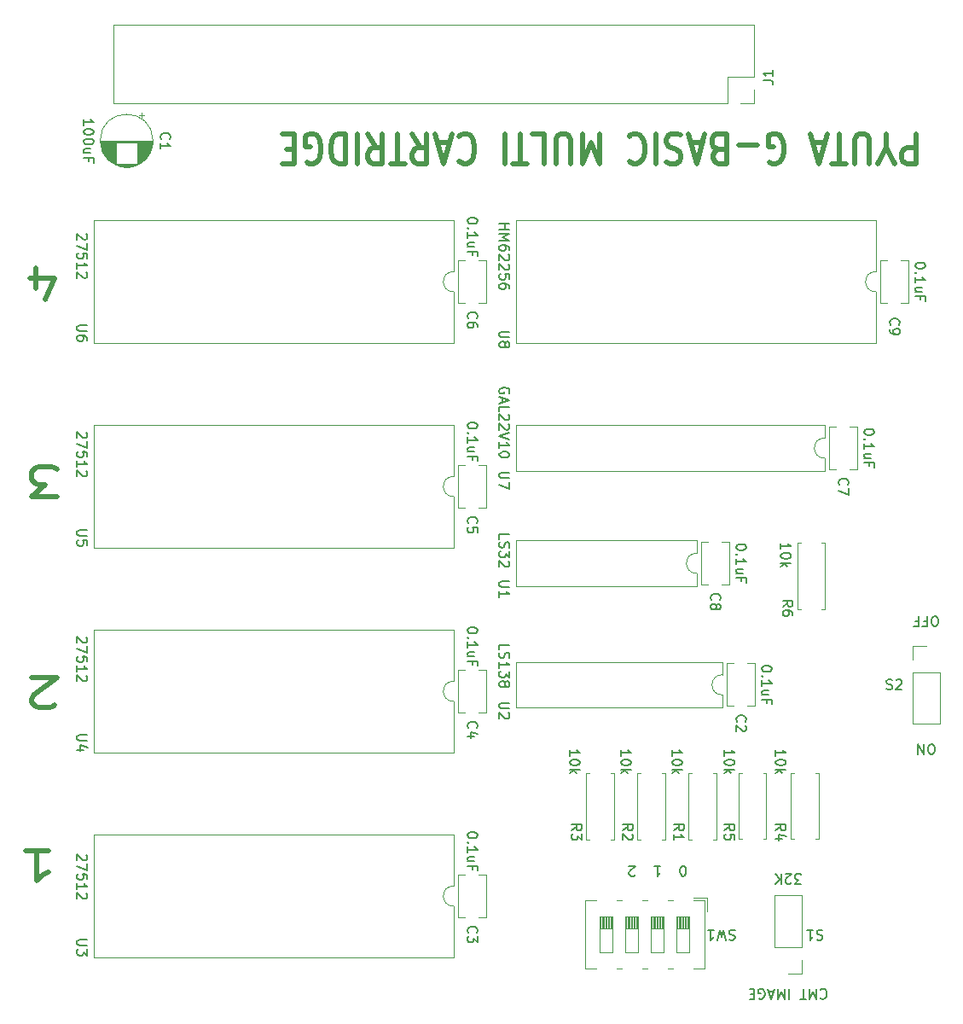
<source format=gto>
G04 #@! TF.GenerationSoftware,KiCad,Pcbnew,(5.1.9)-1*
G04 #@! TF.CreationDate,2025-04-27T21:04:39+09:00*
G04 #@! TF.ProjectId,PYUTA_GBASIC,50595554-415f-4474-9241-5349432e6b69,rev?*
G04 #@! TF.SameCoordinates,PX53920b0PY93c3260*
G04 #@! TF.FileFunction,Legend,Top*
G04 #@! TF.FilePolarity,Positive*
%FSLAX46Y46*%
G04 Gerber Fmt 4.6, Leading zero omitted, Abs format (unit mm)*
G04 Created by KiCad (PCBNEW (5.1.9)-1) date 2025-04-27 21:04:39*
%MOMM*%
%LPD*%
G01*
G04 APERTURE LIST*
%ADD10C,0.150000*%
%ADD11C,0.500000*%
%ADD12C,0.120000*%
G04 APERTURE END LIST*
D10*
X83359619Y45860239D02*
X83359619Y46431667D01*
X83359619Y46145953D02*
X84359619Y46145953D01*
X84216761Y46241191D01*
X84121523Y46336429D01*
X84073904Y46431667D01*
X84359619Y45241191D02*
X84359619Y45145953D01*
X84312000Y45050715D01*
X84264380Y45003096D01*
X84169142Y44955477D01*
X83978666Y44907858D01*
X83740571Y44907858D01*
X83550095Y44955477D01*
X83454857Y45003096D01*
X83407238Y45050715D01*
X83359619Y45145953D01*
X83359619Y45241191D01*
X83407238Y45336429D01*
X83454857Y45384048D01*
X83550095Y45431667D01*
X83740571Y45479286D01*
X83978666Y45479286D01*
X84169142Y45431667D01*
X84264380Y45384048D01*
X84312000Y45336429D01*
X84359619Y45241191D01*
X83359619Y44479286D02*
X84359619Y44479286D01*
X83740571Y44384048D02*
X83359619Y44098334D01*
X84026285Y44098334D02*
X83645333Y44479286D01*
X98409047Y25487381D02*
X98218571Y25487381D01*
X98123333Y25535000D01*
X98028095Y25630239D01*
X97980476Y25820715D01*
X97980476Y26154048D01*
X98028095Y26344524D01*
X98123333Y26439762D01*
X98218571Y26487381D01*
X98409047Y26487381D01*
X98504285Y26439762D01*
X98599523Y26344524D01*
X98647142Y26154048D01*
X98647142Y25820715D01*
X98599523Y25630239D01*
X98504285Y25535000D01*
X98409047Y25487381D01*
X97551904Y26487381D02*
X97551904Y25487381D01*
X96980476Y26487381D01*
X96980476Y25487381D01*
X98742380Y38187381D02*
X98551904Y38187381D01*
X98456666Y38235000D01*
X98361428Y38330239D01*
X98313809Y38520715D01*
X98313809Y38854048D01*
X98361428Y39044524D01*
X98456666Y39139762D01*
X98551904Y39187381D01*
X98742380Y39187381D01*
X98837619Y39139762D01*
X98932857Y39044524D01*
X98980476Y38854048D01*
X98980476Y38520715D01*
X98932857Y38330239D01*
X98837619Y38235000D01*
X98742380Y38187381D01*
X97551904Y38663572D02*
X97885238Y38663572D01*
X97885238Y39187381D02*
X97885238Y38187381D01*
X97409047Y38187381D01*
X96694761Y38663572D02*
X97028095Y38663572D01*
X97028095Y39187381D02*
X97028095Y38187381D01*
X96551904Y38187381D01*
X82859619Y25360239D02*
X82859619Y25931667D01*
X82859619Y25645953D02*
X83859619Y25645953D01*
X83716761Y25741191D01*
X83621523Y25836429D01*
X83573904Y25931667D01*
X83859619Y24741191D02*
X83859619Y24645953D01*
X83812000Y24550715D01*
X83764380Y24503096D01*
X83669142Y24455477D01*
X83478666Y24407858D01*
X83240571Y24407858D01*
X83050095Y24455477D01*
X82954857Y24503096D01*
X82907238Y24550715D01*
X82859619Y24645953D01*
X82859619Y24741191D01*
X82907238Y24836429D01*
X82954857Y24884048D01*
X83050095Y24931667D01*
X83240571Y24979286D01*
X83478666Y24979286D01*
X83669142Y24931667D01*
X83764380Y24884048D01*
X83812000Y24836429D01*
X83859619Y24741191D01*
X82859619Y23979286D02*
X83859619Y23979286D01*
X83240571Y23884048D02*
X82859619Y23598334D01*
X83526285Y23598334D02*
X83145333Y23979286D01*
X77779619Y25360239D02*
X77779619Y25931667D01*
X77779619Y25645953D02*
X78779619Y25645953D01*
X78636761Y25741191D01*
X78541523Y25836429D01*
X78493904Y25931667D01*
X78779619Y24741191D02*
X78779619Y24645953D01*
X78732000Y24550715D01*
X78684380Y24503096D01*
X78589142Y24455477D01*
X78398666Y24407858D01*
X78160571Y24407858D01*
X77970095Y24455477D01*
X77874857Y24503096D01*
X77827238Y24550715D01*
X77779619Y24645953D01*
X77779619Y24741191D01*
X77827238Y24836429D01*
X77874857Y24884048D01*
X77970095Y24931667D01*
X78160571Y24979286D01*
X78398666Y24979286D01*
X78589142Y24931667D01*
X78684380Y24884048D01*
X78732000Y24836429D01*
X78779619Y24741191D01*
X77779619Y23979286D02*
X78779619Y23979286D01*
X78160571Y23884048D02*
X77779619Y23598334D01*
X78446285Y23598334D02*
X78065333Y23979286D01*
X85383523Y12660381D02*
X84764476Y12660381D01*
X85097809Y13041334D01*
X84954952Y13041334D01*
X84859714Y13088953D01*
X84812095Y13136572D01*
X84764476Y13231810D01*
X84764476Y13469905D01*
X84812095Y13565143D01*
X84859714Y13612762D01*
X84954952Y13660381D01*
X85240666Y13660381D01*
X85335904Y13612762D01*
X85383523Y13565143D01*
X84383523Y12755620D02*
X84335904Y12708000D01*
X84240666Y12660381D01*
X84002571Y12660381D01*
X83907333Y12708000D01*
X83859714Y12755620D01*
X83812095Y12850858D01*
X83812095Y12946096D01*
X83859714Y13088953D01*
X84431142Y13660381D01*
X83812095Y13660381D01*
X83383523Y13660381D02*
X83383523Y12660381D01*
X82812095Y13660381D02*
X83240666Y13088953D01*
X82812095Y12660381D02*
X83383523Y13231810D01*
X87288285Y2135143D02*
X87335904Y2182762D01*
X87478761Y2230381D01*
X87574000Y2230381D01*
X87716857Y2182762D01*
X87812095Y2087524D01*
X87859714Y1992286D01*
X87907333Y1801810D01*
X87907333Y1658953D01*
X87859714Y1468477D01*
X87812095Y1373239D01*
X87716857Y1278000D01*
X87574000Y1230381D01*
X87478761Y1230381D01*
X87335904Y1278000D01*
X87288285Y1325620D01*
X86859714Y2230381D02*
X86859714Y1230381D01*
X86526380Y1944667D01*
X86193047Y1230381D01*
X86193047Y2230381D01*
X85859714Y1230381D02*
X85288285Y1230381D01*
X85574000Y2230381D02*
X85574000Y1230381D01*
X84193047Y2230381D02*
X84193047Y1230381D01*
X83716857Y2230381D02*
X83716857Y1230381D01*
X83383523Y1944667D01*
X83050190Y1230381D01*
X83050190Y2230381D01*
X82621619Y1944667D02*
X82145428Y1944667D01*
X82716857Y2230381D02*
X82383523Y1230381D01*
X82050190Y2230381D01*
X81193047Y1278000D02*
X81288285Y1230381D01*
X81431142Y1230381D01*
X81574000Y1278000D01*
X81669238Y1373239D01*
X81716857Y1468477D01*
X81764476Y1658953D01*
X81764476Y1801810D01*
X81716857Y1992286D01*
X81669238Y2087524D01*
X81574000Y2182762D01*
X81431142Y2230381D01*
X81335904Y2230381D01*
X81193047Y2182762D01*
X81145428Y2135143D01*
X81145428Y1801810D01*
X81335904Y1801810D01*
X80716857Y1706572D02*
X80383523Y1706572D01*
X80240666Y2230381D02*
X80716857Y2230381D01*
X80716857Y1230381D01*
X80240666Y1230381D01*
D11*
X96774047Y87082143D02*
X96774047Y84082143D01*
X95821666Y84082143D01*
X95583571Y84225000D01*
X95464523Y84367858D01*
X95345476Y84653572D01*
X95345476Y85082143D01*
X95464523Y85367858D01*
X95583571Y85510715D01*
X95821666Y85653572D01*
X96774047Y85653572D01*
X93797857Y85653572D02*
X93797857Y87082143D01*
X94631190Y84082143D02*
X93797857Y85653572D01*
X92964523Y84082143D01*
X92131190Y84082143D02*
X92131190Y86510715D01*
X92012142Y86796429D01*
X91893095Y86939286D01*
X91655000Y87082143D01*
X91178809Y87082143D01*
X90940714Y86939286D01*
X90821666Y86796429D01*
X90702619Y86510715D01*
X90702619Y84082143D01*
X89869285Y84082143D02*
X88440714Y84082143D01*
X89155000Y87082143D02*
X89155000Y84082143D01*
X87726428Y86225000D02*
X86535952Y86225000D01*
X87964523Y87082143D02*
X87131190Y84082143D01*
X86297857Y87082143D01*
X82250238Y84225000D02*
X82488333Y84082143D01*
X82845476Y84082143D01*
X83202619Y84225000D01*
X83440714Y84510715D01*
X83559761Y84796429D01*
X83678809Y85367858D01*
X83678809Y85796429D01*
X83559761Y86367858D01*
X83440714Y86653572D01*
X83202619Y86939286D01*
X82845476Y87082143D01*
X82607380Y87082143D01*
X82250238Y86939286D01*
X82131190Y86796429D01*
X82131190Y85796429D01*
X82607380Y85796429D01*
X81059761Y85939286D02*
X79155000Y85939286D01*
X77131190Y85510715D02*
X76774047Y85653572D01*
X76655000Y85796429D01*
X76535952Y86082143D01*
X76535952Y86510715D01*
X76655000Y86796429D01*
X76774047Y86939286D01*
X77012142Y87082143D01*
X77964523Y87082143D01*
X77964523Y84082143D01*
X77131190Y84082143D01*
X76893095Y84225000D01*
X76774047Y84367858D01*
X76655000Y84653572D01*
X76655000Y84939286D01*
X76774047Y85225000D01*
X76893095Y85367858D01*
X77131190Y85510715D01*
X77964523Y85510715D01*
X75583571Y86225000D02*
X74393095Y86225000D01*
X75821666Y87082143D02*
X74988333Y84082143D01*
X74155000Y87082143D01*
X73440714Y86939286D02*
X73083571Y87082143D01*
X72488333Y87082143D01*
X72250238Y86939286D01*
X72131190Y86796429D01*
X72012142Y86510715D01*
X72012142Y86225000D01*
X72131190Y85939286D01*
X72250238Y85796429D01*
X72488333Y85653572D01*
X72964523Y85510715D01*
X73202619Y85367858D01*
X73321666Y85225000D01*
X73440714Y84939286D01*
X73440714Y84653572D01*
X73321666Y84367858D01*
X73202619Y84225000D01*
X72964523Y84082143D01*
X72369285Y84082143D01*
X72012142Y84225000D01*
X70940714Y87082143D02*
X70940714Y84082143D01*
X68321666Y86796429D02*
X68440714Y86939286D01*
X68797857Y87082143D01*
X69035952Y87082143D01*
X69393095Y86939286D01*
X69631190Y86653572D01*
X69750238Y86367858D01*
X69869285Y85796429D01*
X69869285Y85367858D01*
X69750238Y84796429D01*
X69631190Y84510715D01*
X69393095Y84225000D01*
X69035952Y84082143D01*
X68797857Y84082143D01*
X68440714Y84225000D01*
X68321666Y84367858D01*
X65345476Y87082143D02*
X65345476Y84082143D01*
X64512142Y86225000D01*
X63678809Y84082143D01*
X63678809Y87082143D01*
X62488333Y84082143D02*
X62488333Y86510715D01*
X62369285Y86796429D01*
X62250238Y86939286D01*
X62012142Y87082143D01*
X61535952Y87082143D01*
X61297857Y86939286D01*
X61178809Y86796429D01*
X61059761Y86510715D01*
X61059761Y84082143D01*
X58678809Y87082143D02*
X59869285Y87082143D01*
X59869285Y84082143D01*
X58202619Y84082143D02*
X56774047Y84082143D01*
X57488333Y87082143D02*
X57488333Y84082143D01*
X55940714Y87082143D02*
X55940714Y84082143D01*
X51416904Y86796429D02*
X51535952Y86939286D01*
X51893095Y87082143D01*
X52131190Y87082143D01*
X52488333Y86939286D01*
X52726428Y86653572D01*
X52845476Y86367858D01*
X52964523Y85796429D01*
X52964523Y85367858D01*
X52845476Y84796429D01*
X52726428Y84510715D01*
X52488333Y84225000D01*
X52131190Y84082143D01*
X51893095Y84082143D01*
X51535952Y84225000D01*
X51416904Y84367858D01*
X50464523Y86225000D02*
X49274047Y86225000D01*
X50702619Y87082143D02*
X49869285Y84082143D01*
X49035952Y87082143D01*
X46774047Y87082143D02*
X47607380Y85653572D01*
X48202619Y87082143D02*
X48202619Y84082143D01*
X47250238Y84082143D01*
X47012142Y84225000D01*
X46893095Y84367858D01*
X46774047Y84653572D01*
X46774047Y85082143D01*
X46893095Y85367858D01*
X47012142Y85510715D01*
X47250238Y85653572D01*
X48202619Y85653572D01*
X46059761Y84082143D02*
X44631190Y84082143D01*
X45345476Y87082143D02*
X45345476Y84082143D01*
X42369285Y87082143D02*
X43202619Y85653572D01*
X43797857Y87082143D02*
X43797857Y84082143D01*
X42845476Y84082143D01*
X42607380Y84225000D01*
X42488333Y84367858D01*
X42369285Y84653572D01*
X42369285Y85082143D01*
X42488333Y85367858D01*
X42607380Y85510715D01*
X42845476Y85653572D01*
X43797857Y85653572D01*
X41297857Y87082143D02*
X41297857Y84082143D01*
X40107380Y87082143D02*
X40107380Y84082143D01*
X39512142Y84082143D01*
X39155000Y84225000D01*
X38916904Y84510715D01*
X38797857Y84796429D01*
X38678809Y85367858D01*
X38678809Y85796429D01*
X38797857Y86367858D01*
X38916904Y86653572D01*
X39155000Y86939286D01*
X39512142Y87082143D01*
X40107380Y87082143D01*
X36297857Y84225000D02*
X36535952Y84082143D01*
X36893095Y84082143D01*
X37250238Y84225000D01*
X37488333Y84510715D01*
X37607380Y84796429D01*
X37726428Y85367858D01*
X37726428Y85796429D01*
X37607380Y86367858D01*
X37488333Y86653572D01*
X37250238Y86939286D01*
X36893095Y87082143D01*
X36655000Y87082143D01*
X36297857Y86939286D01*
X36178809Y86796429D01*
X36178809Y85796429D01*
X36655000Y85796429D01*
X35107380Y85510715D02*
X34274047Y85510715D01*
X33916904Y87082143D02*
X35107380Y87082143D01*
X35107380Y84082143D01*
X33916904Y84082143D01*
D10*
X56380000Y61324762D02*
X56427619Y61420000D01*
X56427619Y61562858D01*
X56380000Y61705715D01*
X56284761Y61800953D01*
X56189523Y61848572D01*
X55999047Y61896191D01*
X55856190Y61896191D01*
X55665714Y61848572D01*
X55570476Y61800953D01*
X55475238Y61705715D01*
X55427619Y61562858D01*
X55427619Y61467620D01*
X55475238Y61324762D01*
X55522857Y61277143D01*
X55856190Y61277143D01*
X55856190Y61467620D01*
X55713333Y60896191D02*
X55713333Y60420000D01*
X55427619Y60991429D02*
X56427619Y60658096D01*
X55427619Y60324762D01*
X55427619Y59515239D02*
X55427619Y59991429D01*
X56427619Y59991429D01*
X56332380Y59229524D02*
X56380000Y59181905D01*
X56427619Y59086667D01*
X56427619Y58848572D01*
X56380000Y58753334D01*
X56332380Y58705715D01*
X56237142Y58658096D01*
X56141904Y58658096D01*
X55999047Y58705715D01*
X55427619Y59277143D01*
X55427619Y58658096D01*
X56332380Y58277143D02*
X56380000Y58229524D01*
X56427619Y58134286D01*
X56427619Y57896191D01*
X56380000Y57800953D01*
X56332380Y57753334D01*
X56237142Y57705715D01*
X56141904Y57705715D01*
X55999047Y57753334D01*
X55427619Y58324762D01*
X55427619Y57705715D01*
X56427619Y57420000D02*
X55427619Y57086667D01*
X56427619Y56753334D01*
X55427619Y55896191D02*
X55427619Y56467620D01*
X55427619Y56181905D02*
X56427619Y56181905D01*
X56284761Y56277143D01*
X56189523Y56372381D01*
X56141904Y56467620D01*
X56427619Y55277143D02*
X56427619Y55181905D01*
X56380000Y55086667D01*
X56332380Y55039048D01*
X56237142Y54991429D01*
X56046666Y54943810D01*
X55808571Y54943810D01*
X55618095Y54991429D01*
X55522857Y55039048D01*
X55475238Y55086667D01*
X55427619Y55181905D01*
X55427619Y55277143D01*
X55475238Y55372381D01*
X55522857Y55420000D01*
X55618095Y55467620D01*
X55808571Y55515239D01*
X56046666Y55515239D01*
X56237142Y55467620D01*
X56332380Y55420000D01*
X56380000Y55372381D01*
X56427619Y55277143D01*
X55427619Y78168096D02*
X56427619Y78168096D01*
X55951428Y78168096D02*
X55951428Y77596667D01*
X55427619Y77596667D02*
X56427619Y77596667D01*
X55427619Y77120477D02*
X56427619Y77120477D01*
X55713333Y76787143D01*
X56427619Y76453810D01*
X55427619Y76453810D01*
X56427619Y75549048D02*
X56427619Y75739524D01*
X56380000Y75834762D01*
X56332380Y75882381D01*
X56189523Y75977620D01*
X55999047Y76025239D01*
X55618095Y76025239D01*
X55522857Y75977620D01*
X55475238Y75930000D01*
X55427619Y75834762D01*
X55427619Y75644286D01*
X55475238Y75549048D01*
X55522857Y75501429D01*
X55618095Y75453810D01*
X55856190Y75453810D01*
X55951428Y75501429D01*
X55999047Y75549048D01*
X56046666Y75644286D01*
X56046666Y75834762D01*
X55999047Y75930000D01*
X55951428Y75977620D01*
X55856190Y76025239D01*
X56332380Y75072858D02*
X56380000Y75025239D01*
X56427619Y74930000D01*
X56427619Y74691905D01*
X56380000Y74596667D01*
X56332380Y74549048D01*
X56237142Y74501429D01*
X56141904Y74501429D01*
X55999047Y74549048D01*
X55427619Y75120477D01*
X55427619Y74501429D01*
X56332380Y74120477D02*
X56380000Y74072858D01*
X56427619Y73977620D01*
X56427619Y73739524D01*
X56380000Y73644286D01*
X56332380Y73596667D01*
X56237142Y73549048D01*
X56141904Y73549048D01*
X55999047Y73596667D01*
X55427619Y74168096D01*
X55427619Y73549048D01*
X56427619Y72644286D02*
X56427619Y73120477D01*
X55951428Y73168096D01*
X55999047Y73120477D01*
X56046666Y73025239D01*
X56046666Y72787143D01*
X55999047Y72691905D01*
X55951428Y72644286D01*
X55856190Y72596667D01*
X55618095Y72596667D01*
X55522857Y72644286D01*
X55475238Y72691905D01*
X55427619Y72787143D01*
X55427619Y73025239D01*
X55475238Y73120477D01*
X55522857Y73168096D01*
X56427619Y71739524D02*
X56427619Y71930000D01*
X56380000Y72025239D01*
X56332380Y72072858D01*
X56189523Y72168096D01*
X55999047Y72215715D01*
X55618095Y72215715D01*
X55522857Y72168096D01*
X55475238Y72120477D01*
X55427619Y72025239D01*
X55427619Y71834762D01*
X55475238Y71739524D01*
X55522857Y71691905D01*
X55618095Y71644286D01*
X55856190Y71644286D01*
X55951428Y71691905D01*
X55999047Y71739524D01*
X56046666Y71834762D01*
X56046666Y72025239D01*
X55999047Y72120477D01*
X55951428Y72168096D01*
X55856190Y72215715D01*
X97702619Y74032858D02*
X97702619Y73937620D01*
X97655000Y73842381D01*
X97607380Y73794762D01*
X97512142Y73747143D01*
X97321666Y73699524D01*
X97083571Y73699524D01*
X96893095Y73747143D01*
X96797857Y73794762D01*
X96750238Y73842381D01*
X96702619Y73937620D01*
X96702619Y74032858D01*
X96750238Y74128096D01*
X96797857Y74175715D01*
X96893095Y74223334D01*
X97083571Y74270953D01*
X97321666Y74270953D01*
X97512142Y74223334D01*
X97607380Y74175715D01*
X97655000Y74128096D01*
X97702619Y74032858D01*
X96797857Y73270953D02*
X96750238Y73223334D01*
X96702619Y73270953D01*
X96750238Y73318572D01*
X96797857Y73270953D01*
X96702619Y73270953D01*
X96702619Y72270953D02*
X96702619Y72842381D01*
X96702619Y72556667D02*
X97702619Y72556667D01*
X97559761Y72651905D01*
X97464523Y72747143D01*
X97416904Y72842381D01*
X97369285Y71413810D02*
X96702619Y71413810D01*
X97369285Y71842381D02*
X96845476Y71842381D01*
X96750238Y71794762D01*
X96702619Y71699524D01*
X96702619Y71556667D01*
X96750238Y71461429D01*
X96797857Y71413810D01*
X97226428Y70604286D02*
X97226428Y70937620D01*
X96702619Y70937620D02*
X97702619Y70937620D01*
X97702619Y70461429D01*
X92622619Y57522858D02*
X92622619Y57427620D01*
X92575000Y57332381D01*
X92527380Y57284762D01*
X92432142Y57237143D01*
X92241666Y57189524D01*
X92003571Y57189524D01*
X91813095Y57237143D01*
X91717857Y57284762D01*
X91670238Y57332381D01*
X91622619Y57427620D01*
X91622619Y57522858D01*
X91670238Y57618096D01*
X91717857Y57665715D01*
X91813095Y57713334D01*
X92003571Y57760953D01*
X92241666Y57760953D01*
X92432142Y57713334D01*
X92527380Y57665715D01*
X92575000Y57618096D01*
X92622619Y57522858D01*
X91717857Y56760953D02*
X91670238Y56713334D01*
X91622619Y56760953D01*
X91670238Y56808572D01*
X91717857Y56760953D01*
X91622619Y56760953D01*
X91622619Y55760953D02*
X91622619Y56332381D01*
X91622619Y56046667D02*
X92622619Y56046667D01*
X92479761Y56141905D01*
X92384523Y56237143D01*
X92336904Y56332381D01*
X92289285Y54903810D02*
X91622619Y54903810D01*
X92289285Y55332381D02*
X91765476Y55332381D01*
X91670238Y55284762D01*
X91622619Y55189524D01*
X91622619Y55046667D01*
X91670238Y54951429D01*
X91717857Y54903810D01*
X92146428Y54094286D02*
X92146428Y54427620D01*
X91622619Y54427620D02*
X92622619Y54427620D01*
X92622619Y53951429D01*
D11*
X9398095Y71747143D02*
X9398095Y73747143D01*
X10350476Y70604286D02*
X11302857Y72747143D01*
X8826666Y72747143D01*
X11493333Y51062143D02*
X9017142Y51062143D01*
X10350476Y52205000D01*
X9779047Y52205000D01*
X9398095Y52347858D01*
X9207619Y52490715D01*
X9017142Y52776429D01*
X9017142Y53490715D01*
X9207619Y53776429D01*
X9398095Y53919286D01*
X9779047Y54062143D01*
X10921904Y54062143D01*
X11302857Y53919286D01*
X11493333Y53776429D01*
X11302857Y30392858D02*
X11112380Y30250000D01*
X10731428Y30107143D01*
X9779047Y30107143D01*
X9398095Y30250000D01*
X9207619Y30392858D01*
X9017142Y30678572D01*
X9017142Y30964286D01*
X9207619Y31392858D01*
X11493333Y33107143D01*
X9017142Y33107143D01*
X8382142Y15962143D02*
X10667857Y15962143D01*
X9525000Y15962143D02*
X9525000Y12962143D01*
X9905952Y13390715D01*
X10286904Y13676429D01*
X10667857Y13819286D01*
D10*
X55427619Y35885239D02*
X55427619Y36361429D01*
X56427619Y36361429D01*
X55475238Y35599524D02*
X55427619Y35456667D01*
X55427619Y35218572D01*
X55475238Y35123334D01*
X55522857Y35075715D01*
X55618095Y35028096D01*
X55713333Y35028096D01*
X55808571Y35075715D01*
X55856190Y35123334D01*
X55903809Y35218572D01*
X55951428Y35409048D01*
X55999047Y35504286D01*
X56046666Y35551905D01*
X56141904Y35599524D01*
X56237142Y35599524D01*
X56332380Y35551905D01*
X56380000Y35504286D01*
X56427619Y35409048D01*
X56427619Y35170953D01*
X56380000Y35028096D01*
X55427619Y34075715D02*
X55427619Y34647143D01*
X55427619Y34361429D02*
X56427619Y34361429D01*
X56284761Y34456667D01*
X56189523Y34551905D01*
X56141904Y34647143D01*
X56427619Y33742381D02*
X56427619Y33123334D01*
X56046666Y33456667D01*
X56046666Y33313810D01*
X55999047Y33218572D01*
X55951428Y33170953D01*
X55856190Y33123334D01*
X55618095Y33123334D01*
X55522857Y33170953D01*
X55475238Y33218572D01*
X55427619Y33313810D01*
X55427619Y33599524D01*
X55475238Y33694762D01*
X55522857Y33742381D01*
X55999047Y32551905D02*
X56046666Y32647143D01*
X56094285Y32694762D01*
X56189523Y32742381D01*
X56237142Y32742381D01*
X56332380Y32694762D01*
X56380000Y32647143D01*
X56427619Y32551905D01*
X56427619Y32361429D01*
X56380000Y32266191D01*
X56332380Y32218572D01*
X56237142Y32170953D01*
X56189523Y32170953D01*
X56094285Y32218572D01*
X56046666Y32266191D01*
X55999047Y32361429D01*
X55999047Y32551905D01*
X55951428Y32647143D01*
X55903809Y32694762D01*
X55808571Y32742381D01*
X55618095Y32742381D01*
X55522857Y32694762D01*
X55475238Y32647143D01*
X55427619Y32551905D01*
X55427619Y32361429D01*
X55475238Y32266191D01*
X55522857Y32218572D01*
X55618095Y32170953D01*
X55808571Y32170953D01*
X55903809Y32218572D01*
X55951428Y32266191D01*
X55999047Y32361429D01*
X55427619Y46839048D02*
X55427619Y47315239D01*
X56427619Y47315239D01*
X55475238Y46553334D02*
X55427619Y46410477D01*
X55427619Y46172381D01*
X55475238Y46077143D01*
X55522857Y46029524D01*
X55618095Y45981905D01*
X55713333Y45981905D01*
X55808571Y46029524D01*
X55856190Y46077143D01*
X55903809Y46172381D01*
X55951428Y46362858D01*
X55999047Y46458096D01*
X56046666Y46505715D01*
X56141904Y46553334D01*
X56237142Y46553334D01*
X56332380Y46505715D01*
X56380000Y46458096D01*
X56427619Y46362858D01*
X56427619Y46124762D01*
X56380000Y45981905D01*
X56427619Y45648572D02*
X56427619Y45029524D01*
X56046666Y45362858D01*
X56046666Y45220000D01*
X55999047Y45124762D01*
X55951428Y45077143D01*
X55856190Y45029524D01*
X55618095Y45029524D01*
X55522857Y45077143D01*
X55475238Y45124762D01*
X55427619Y45220000D01*
X55427619Y45505715D01*
X55475238Y45600953D01*
X55522857Y45648572D01*
X56332380Y44648572D02*
X56380000Y44600953D01*
X56427619Y44505715D01*
X56427619Y44267620D01*
X56380000Y44172381D01*
X56332380Y44124762D01*
X56237142Y44077143D01*
X56141904Y44077143D01*
X55999047Y44124762D01*
X55427619Y44696191D01*
X55427619Y44077143D01*
X14422380Y77120477D02*
X14470000Y77072858D01*
X14517619Y76977620D01*
X14517619Y76739524D01*
X14470000Y76644286D01*
X14422380Y76596667D01*
X14327142Y76549048D01*
X14231904Y76549048D01*
X14089047Y76596667D01*
X13517619Y77168096D01*
X13517619Y76549048D01*
X14517619Y76215715D02*
X14517619Y75549048D01*
X13517619Y75977620D01*
X14517619Y74691905D02*
X14517619Y75168096D01*
X14041428Y75215715D01*
X14089047Y75168096D01*
X14136666Y75072858D01*
X14136666Y74834762D01*
X14089047Y74739524D01*
X14041428Y74691905D01*
X13946190Y74644286D01*
X13708095Y74644286D01*
X13612857Y74691905D01*
X13565238Y74739524D01*
X13517619Y74834762D01*
X13517619Y75072858D01*
X13565238Y75168096D01*
X13612857Y75215715D01*
X13517619Y73691905D02*
X13517619Y74263334D01*
X13517619Y73977620D02*
X14517619Y73977620D01*
X14374761Y74072858D01*
X14279523Y74168096D01*
X14231904Y74263334D01*
X14422380Y73310953D02*
X14470000Y73263334D01*
X14517619Y73168096D01*
X14517619Y72930000D01*
X14470000Y72834762D01*
X14422380Y72787143D01*
X14327142Y72739524D01*
X14231904Y72739524D01*
X14089047Y72787143D01*
X13517619Y73358572D01*
X13517619Y72739524D01*
X14422380Y57435477D02*
X14470000Y57387858D01*
X14517619Y57292620D01*
X14517619Y57054524D01*
X14470000Y56959286D01*
X14422380Y56911667D01*
X14327142Y56864048D01*
X14231904Y56864048D01*
X14089047Y56911667D01*
X13517619Y57483096D01*
X13517619Y56864048D01*
X14517619Y56530715D02*
X14517619Y55864048D01*
X13517619Y56292620D01*
X14517619Y55006905D02*
X14517619Y55483096D01*
X14041428Y55530715D01*
X14089047Y55483096D01*
X14136666Y55387858D01*
X14136666Y55149762D01*
X14089047Y55054524D01*
X14041428Y55006905D01*
X13946190Y54959286D01*
X13708095Y54959286D01*
X13612857Y55006905D01*
X13565238Y55054524D01*
X13517619Y55149762D01*
X13517619Y55387858D01*
X13565238Y55483096D01*
X13612857Y55530715D01*
X13517619Y54006905D02*
X13517619Y54578334D01*
X13517619Y54292620D02*
X14517619Y54292620D01*
X14374761Y54387858D01*
X14279523Y54483096D01*
X14231904Y54578334D01*
X14422380Y53625953D02*
X14470000Y53578334D01*
X14517619Y53483096D01*
X14517619Y53245000D01*
X14470000Y53149762D01*
X14422380Y53102143D01*
X14327142Y53054524D01*
X14231904Y53054524D01*
X14089047Y53102143D01*
X13517619Y53673572D01*
X13517619Y53054524D01*
X14422380Y37115477D02*
X14470000Y37067858D01*
X14517619Y36972620D01*
X14517619Y36734524D01*
X14470000Y36639286D01*
X14422380Y36591667D01*
X14327142Y36544048D01*
X14231904Y36544048D01*
X14089047Y36591667D01*
X13517619Y37163096D01*
X13517619Y36544048D01*
X14517619Y36210715D02*
X14517619Y35544048D01*
X13517619Y35972620D01*
X14517619Y34686905D02*
X14517619Y35163096D01*
X14041428Y35210715D01*
X14089047Y35163096D01*
X14136666Y35067858D01*
X14136666Y34829762D01*
X14089047Y34734524D01*
X14041428Y34686905D01*
X13946190Y34639286D01*
X13708095Y34639286D01*
X13612857Y34686905D01*
X13565238Y34734524D01*
X13517619Y34829762D01*
X13517619Y35067858D01*
X13565238Y35163096D01*
X13612857Y35210715D01*
X13517619Y33686905D02*
X13517619Y34258334D01*
X13517619Y33972620D02*
X14517619Y33972620D01*
X14374761Y34067858D01*
X14279523Y34163096D01*
X14231904Y34258334D01*
X14422380Y33305953D02*
X14470000Y33258334D01*
X14517619Y33163096D01*
X14517619Y32925000D01*
X14470000Y32829762D01*
X14422380Y32782143D01*
X14327142Y32734524D01*
X14231904Y32734524D01*
X14089047Y32782143D01*
X13517619Y33353572D01*
X13517619Y32734524D01*
X14422380Y15525477D02*
X14470000Y15477858D01*
X14517619Y15382620D01*
X14517619Y15144524D01*
X14470000Y15049286D01*
X14422380Y15001667D01*
X14327142Y14954048D01*
X14231904Y14954048D01*
X14089047Y15001667D01*
X13517619Y15573096D01*
X13517619Y14954048D01*
X14517619Y14620715D02*
X14517619Y13954048D01*
X13517619Y14382620D01*
X14517619Y13096905D02*
X14517619Y13573096D01*
X14041428Y13620715D01*
X14089047Y13573096D01*
X14136666Y13477858D01*
X14136666Y13239762D01*
X14089047Y13144524D01*
X14041428Y13096905D01*
X13946190Y13049286D01*
X13708095Y13049286D01*
X13612857Y13096905D01*
X13565238Y13144524D01*
X13517619Y13239762D01*
X13517619Y13477858D01*
X13565238Y13573096D01*
X13612857Y13620715D01*
X13517619Y12096905D02*
X13517619Y12668334D01*
X13517619Y12382620D02*
X14517619Y12382620D01*
X14374761Y12477858D01*
X14279523Y12573096D01*
X14231904Y12668334D01*
X14422380Y11715953D02*
X14470000Y11668334D01*
X14517619Y11573096D01*
X14517619Y11335000D01*
X14470000Y11239762D01*
X14422380Y11192143D01*
X14327142Y11144524D01*
X14231904Y11144524D01*
X14089047Y11192143D01*
X13517619Y11763572D01*
X13517619Y11144524D01*
X72572619Y25360239D02*
X72572619Y25931667D01*
X72572619Y25645953D02*
X73572619Y25645953D01*
X73429761Y25741191D01*
X73334523Y25836429D01*
X73286904Y25931667D01*
X73572619Y24741191D02*
X73572619Y24645953D01*
X73525000Y24550715D01*
X73477380Y24503096D01*
X73382142Y24455477D01*
X73191666Y24407858D01*
X72953571Y24407858D01*
X72763095Y24455477D01*
X72667857Y24503096D01*
X72620238Y24550715D01*
X72572619Y24645953D01*
X72572619Y24741191D01*
X72620238Y24836429D01*
X72667857Y24884048D01*
X72763095Y24931667D01*
X72953571Y24979286D01*
X73191666Y24979286D01*
X73382142Y24931667D01*
X73477380Y24884048D01*
X73525000Y24836429D01*
X73572619Y24741191D01*
X72572619Y23979286D02*
X73572619Y23979286D01*
X72953571Y23884048D02*
X72572619Y23598334D01*
X73239285Y23598334D02*
X72858333Y23979286D01*
X67492619Y25360239D02*
X67492619Y25931667D01*
X67492619Y25645953D02*
X68492619Y25645953D01*
X68349761Y25741191D01*
X68254523Y25836429D01*
X68206904Y25931667D01*
X68492619Y24741191D02*
X68492619Y24645953D01*
X68445000Y24550715D01*
X68397380Y24503096D01*
X68302142Y24455477D01*
X68111666Y24407858D01*
X67873571Y24407858D01*
X67683095Y24455477D01*
X67587857Y24503096D01*
X67540238Y24550715D01*
X67492619Y24645953D01*
X67492619Y24741191D01*
X67540238Y24836429D01*
X67587857Y24884048D01*
X67683095Y24931667D01*
X67873571Y24979286D01*
X68111666Y24979286D01*
X68302142Y24931667D01*
X68397380Y24884048D01*
X68445000Y24836429D01*
X68492619Y24741191D01*
X67492619Y23979286D02*
X68492619Y23979286D01*
X67873571Y23884048D02*
X67492619Y23598334D01*
X68159285Y23598334D02*
X67778333Y23979286D01*
X62412619Y25360239D02*
X62412619Y25931667D01*
X62412619Y25645953D02*
X63412619Y25645953D01*
X63269761Y25741191D01*
X63174523Y25836429D01*
X63126904Y25931667D01*
X63412619Y24741191D02*
X63412619Y24645953D01*
X63365000Y24550715D01*
X63317380Y24503096D01*
X63222142Y24455477D01*
X63031666Y24407858D01*
X62793571Y24407858D01*
X62603095Y24455477D01*
X62507857Y24503096D01*
X62460238Y24550715D01*
X62412619Y24645953D01*
X62412619Y24741191D01*
X62460238Y24836429D01*
X62507857Y24884048D01*
X62603095Y24931667D01*
X62793571Y24979286D01*
X63031666Y24979286D01*
X63222142Y24931667D01*
X63317380Y24884048D01*
X63365000Y24836429D01*
X63412619Y24741191D01*
X62412619Y23979286D02*
X63412619Y23979286D01*
X62793571Y23884048D02*
X62412619Y23598334D01*
X63079285Y23598334D02*
X62698333Y23979286D01*
X14152619Y87907620D02*
X14152619Y88479048D01*
X14152619Y88193334D02*
X15152619Y88193334D01*
X15009761Y88288572D01*
X14914523Y88383810D01*
X14866904Y88479048D01*
X15152619Y87288572D02*
X15152619Y87193334D01*
X15105000Y87098096D01*
X15057380Y87050477D01*
X14962142Y87002858D01*
X14771666Y86955239D01*
X14533571Y86955239D01*
X14343095Y87002858D01*
X14247857Y87050477D01*
X14200238Y87098096D01*
X14152619Y87193334D01*
X14152619Y87288572D01*
X14200238Y87383810D01*
X14247857Y87431429D01*
X14343095Y87479048D01*
X14533571Y87526667D01*
X14771666Y87526667D01*
X14962142Y87479048D01*
X15057380Y87431429D01*
X15105000Y87383810D01*
X15152619Y87288572D01*
X15152619Y86336191D02*
X15152619Y86240953D01*
X15105000Y86145715D01*
X15057380Y86098096D01*
X14962142Y86050477D01*
X14771666Y86002858D01*
X14533571Y86002858D01*
X14343095Y86050477D01*
X14247857Y86098096D01*
X14200238Y86145715D01*
X14152619Y86240953D01*
X14152619Y86336191D01*
X14200238Y86431429D01*
X14247857Y86479048D01*
X14343095Y86526667D01*
X14533571Y86574286D01*
X14771666Y86574286D01*
X14962142Y86526667D01*
X15057380Y86479048D01*
X15105000Y86431429D01*
X15152619Y86336191D01*
X14819285Y85145715D02*
X14152619Y85145715D01*
X14819285Y85574286D02*
X14295476Y85574286D01*
X14200238Y85526667D01*
X14152619Y85431429D01*
X14152619Y85288572D01*
X14200238Y85193334D01*
X14247857Y85145715D01*
X14676428Y84336191D02*
X14676428Y84669524D01*
X14152619Y84669524D02*
X15152619Y84669524D01*
X15152619Y84193334D01*
X53252619Y78477858D02*
X53252619Y78382620D01*
X53205000Y78287381D01*
X53157380Y78239762D01*
X53062142Y78192143D01*
X52871666Y78144524D01*
X52633571Y78144524D01*
X52443095Y78192143D01*
X52347857Y78239762D01*
X52300238Y78287381D01*
X52252619Y78382620D01*
X52252619Y78477858D01*
X52300238Y78573096D01*
X52347857Y78620715D01*
X52443095Y78668334D01*
X52633571Y78715953D01*
X52871666Y78715953D01*
X53062142Y78668334D01*
X53157380Y78620715D01*
X53205000Y78573096D01*
X53252619Y78477858D01*
X52347857Y77715953D02*
X52300238Y77668334D01*
X52252619Y77715953D01*
X52300238Y77763572D01*
X52347857Y77715953D01*
X52252619Y77715953D01*
X52252619Y76715953D02*
X52252619Y77287381D01*
X52252619Y77001667D02*
X53252619Y77001667D01*
X53109761Y77096905D01*
X53014523Y77192143D01*
X52966904Y77287381D01*
X52919285Y75858810D02*
X52252619Y75858810D01*
X52919285Y76287381D02*
X52395476Y76287381D01*
X52300238Y76239762D01*
X52252619Y76144524D01*
X52252619Y76001667D01*
X52300238Y75906429D01*
X52347857Y75858810D01*
X52776428Y75049286D02*
X52776428Y75382620D01*
X52252619Y75382620D02*
X53252619Y75382620D01*
X53252619Y74906429D01*
X53252619Y58157858D02*
X53252619Y58062620D01*
X53205000Y57967381D01*
X53157380Y57919762D01*
X53062142Y57872143D01*
X52871666Y57824524D01*
X52633571Y57824524D01*
X52443095Y57872143D01*
X52347857Y57919762D01*
X52300238Y57967381D01*
X52252619Y58062620D01*
X52252619Y58157858D01*
X52300238Y58253096D01*
X52347857Y58300715D01*
X52443095Y58348334D01*
X52633571Y58395953D01*
X52871666Y58395953D01*
X53062142Y58348334D01*
X53157380Y58300715D01*
X53205000Y58253096D01*
X53252619Y58157858D01*
X52347857Y57395953D02*
X52300238Y57348334D01*
X52252619Y57395953D01*
X52300238Y57443572D01*
X52347857Y57395953D01*
X52252619Y57395953D01*
X52252619Y56395953D02*
X52252619Y56967381D01*
X52252619Y56681667D02*
X53252619Y56681667D01*
X53109761Y56776905D01*
X53014523Y56872143D01*
X52966904Y56967381D01*
X52919285Y55538810D02*
X52252619Y55538810D01*
X52919285Y55967381D02*
X52395476Y55967381D01*
X52300238Y55919762D01*
X52252619Y55824524D01*
X52252619Y55681667D01*
X52300238Y55586429D01*
X52347857Y55538810D01*
X52776428Y54729286D02*
X52776428Y55062620D01*
X52252619Y55062620D02*
X53252619Y55062620D01*
X53252619Y54586429D01*
X79922619Y46092858D02*
X79922619Y45997620D01*
X79875000Y45902381D01*
X79827380Y45854762D01*
X79732142Y45807143D01*
X79541666Y45759524D01*
X79303571Y45759524D01*
X79113095Y45807143D01*
X79017857Y45854762D01*
X78970238Y45902381D01*
X78922619Y45997620D01*
X78922619Y46092858D01*
X78970238Y46188096D01*
X79017857Y46235715D01*
X79113095Y46283334D01*
X79303571Y46330953D01*
X79541666Y46330953D01*
X79732142Y46283334D01*
X79827380Y46235715D01*
X79875000Y46188096D01*
X79922619Y46092858D01*
X79017857Y45330953D02*
X78970238Y45283334D01*
X78922619Y45330953D01*
X78970238Y45378572D01*
X79017857Y45330953D01*
X78922619Y45330953D01*
X78922619Y44330953D02*
X78922619Y44902381D01*
X78922619Y44616667D02*
X79922619Y44616667D01*
X79779761Y44711905D01*
X79684523Y44807143D01*
X79636904Y44902381D01*
X79589285Y43473810D02*
X78922619Y43473810D01*
X79589285Y43902381D02*
X79065476Y43902381D01*
X78970238Y43854762D01*
X78922619Y43759524D01*
X78922619Y43616667D01*
X78970238Y43521429D01*
X79017857Y43473810D01*
X79446428Y42664286D02*
X79446428Y42997620D01*
X78922619Y42997620D02*
X79922619Y42997620D01*
X79922619Y42521429D01*
X82462619Y34027858D02*
X82462619Y33932620D01*
X82415000Y33837381D01*
X82367380Y33789762D01*
X82272142Y33742143D01*
X82081666Y33694524D01*
X81843571Y33694524D01*
X81653095Y33742143D01*
X81557857Y33789762D01*
X81510238Y33837381D01*
X81462619Y33932620D01*
X81462619Y34027858D01*
X81510238Y34123096D01*
X81557857Y34170715D01*
X81653095Y34218334D01*
X81843571Y34265953D01*
X82081666Y34265953D01*
X82272142Y34218334D01*
X82367380Y34170715D01*
X82415000Y34123096D01*
X82462619Y34027858D01*
X81557857Y33265953D02*
X81510238Y33218334D01*
X81462619Y33265953D01*
X81510238Y33313572D01*
X81557857Y33265953D01*
X81462619Y33265953D01*
X81462619Y32265953D02*
X81462619Y32837381D01*
X81462619Y32551667D02*
X82462619Y32551667D01*
X82319761Y32646905D01*
X82224523Y32742143D01*
X82176904Y32837381D01*
X82129285Y31408810D02*
X81462619Y31408810D01*
X82129285Y31837381D02*
X81605476Y31837381D01*
X81510238Y31789762D01*
X81462619Y31694524D01*
X81462619Y31551667D01*
X81510238Y31456429D01*
X81557857Y31408810D01*
X81986428Y30599286D02*
X81986428Y30932620D01*
X81462619Y30932620D02*
X82462619Y30932620D01*
X82462619Y30456429D01*
X53252619Y37837858D02*
X53252619Y37742620D01*
X53205000Y37647381D01*
X53157380Y37599762D01*
X53062142Y37552143D01*
X52871666Y37504524D01*
X52633571Y37504524D01*
X52443095Y37552143D01*
X52347857Y37599762D01*
X52300238Y37647381D01*
X52252619Y37742620D01*
X52252619Y37837858D01*
X52300238Y37933096D01*
X52347857Y37980715D01*
X52443095Y38028334D01*
X52633571Y38075953D01*
X52871666Y38075953D01*
X53062142Y38028334D01*
X53157380Y37980715D01*
X53205000Y37933096D01*
X53252619Y37837858D01*
X52347857Y37075953D02*
X52300238Y37028334D01*
X52252619Y37075953D01*
X52300238Y37123572D01*
X52347857Y37075953D01*
X52252619Y37075953D01*
X52252619Y36075953D02*
X52252619Y36647381D01*
X52252619Y36361667D02*
X53252619Y36361667D01*
X53109761Y36456905D01*
X53014523Y36552143D01*
X52966904Y36647381D01*
X52919285Y35218810D02*
X52252619Y35218810D01*
X52919285Y35647381D02*
X52395476Y35647381D01*
X52300238Y35599762D01*
X52252619Y35504524D01*
X52252619Y35361667D01*
X52300238Y35266429D01*
X52347857Y35218810D01*
X52776428Y34409286D02*
X52776428Y34742620D01*
X52252619Y34742620D02*
X53252619Y34742620D01*
X53252619Y34266429D01*
X53252619Y17517858D02*
X53252619Y17422620D01*
X53205000Y17327381D01*
X53157380Y17279762D01*
X53062142Y17232143D01*
X52871666Y17184524D01*
X52633571Y17184524D01*
X52443095Y17232143D01*
X52347857Y17279762D01*
X52300238Y17327381D01*
X52252619Y17422620D01*
X52252619Y17517858D01*
X52300238Y17613096D01*
X52347857Y17660715D01*
X52443095Y17708334D01*
X52633571Y17755953D01*
X52871666Y17755953D01*
X53062142Y17708334D01*
X53157380Y17660715D01*
X53205000Y17613096D01*
X53252619Y17517858D01*
X52347857Y16755953D02*
X52300238Y16708334D01*
X52252619Y16755953D01*
X52300238Y16803572D01*
X52347857Y16755953D01*
X52252619Y16755953D01*
X52252619Y15755953D02*
X52252619Y16327381D01*
X52252619Y16041667D02*
X53252619Y16041667D01*
X53109761Y16136905D01*
X53014523Y16232143D01*
X52966904Y16327381D01*
X52919285Y14898810D02*
X52252619Y14898810D01*
X52919285Y15327381D02*
X52395476Y15327381D01*
X52300238Y15279762D01*
X52252619Y15184524D01*
X52252619Y15041667D01*
X52300238Y14946429D01*
X52347857Y14898810D01*
X52776428Y14089286D02*
X52776428Y14422620D01*
X52252619Y14422620D02*
X53252619Y14422620D01*
X53252619Y13946429D01*
X68865714Y13517620D02*
X68818095Y13470000D01*
X68722857Y13422381D01*
X68484761Y13422381D01*
X68389523Y13470000D01*
X68341904Y13517620D01*
X68294285Y13612858D01*
X68294285Y13708096D01*
X68341904Y13850953D01*
X68913333Y14422381D01*
X68294285Y14422381D01*
X70834285Y14422381D02*
X71405714Y14422381D01*
X71120000Y14422381D02*
X71120000Y13422381D01*
X71215238Y13565239D01*
X71310476Y13660477D01*
X71405714Y13708096D01*
X73707619Y13422381D02*
X73612380Y13422381D01*
X73517142Y13470000D01*
X73469523Y13517620D01*
X73421904Y13612858D01*
X73374285Y13803334D01*
X73374285Y14041429D01*
X73421904Y14231905D01*
X73469523Y14327143D01*
X73517142Y14374762D01*
X73612380Y14422381D01*
X73707619Y14422381D01*
X73802857Y14374762D01*
X73850476Y14327143D01*
X73898095Y14231905D01*
X73945714Y14041429D01*
X73945714Y13803334D01*
X73898095Y13612858D01*
X73850476Y13517620D01*
X73802857Y13470000D01*
X73707619Y13422381D01*
D12*
X77500000Y46550000D02*
X78205000Y46550000D01*
X75465000Y46550000D02*
X76170000Y46550000D01*
X77500000Y42310000D02*
X78205000Y42310000D01*
X75465000Y42310000D02*
X76170000Y42310000D01*
X78205000Y42310000D02*
X78205000Y46550000D01*
X75465000Y42310000D02*
X75465000Y46550000D01*
X80745000Y34525000D02*
X80745000Y30285000D01*
X78005000Y34525000D02*
X78005000Y30285000D01*
X80745000Y34525000D02*
X80040000Y34525000D01*
X78710000Y34525000D02*
X78005000Y34525000D01*
X80745000Y30285000D02*
X80040000Y30285000D01*
X78710000Y30285000D02*
X78005000Y30285000D01*
X52040000Y9330000D02*
X51335000Y9330000D01*
X54075000Y9330000D02*
X53370000Y9330000D01*
X52040000Y13570000D02*
X51335000Y13570000D01*
X54075000Y13570000D02*
X53370000Y13570000D01*
X51335000Y13570000D02*
X51335000Y9330000D01*
X54075000Y13570000D02*
X54075000Y9330000D01*
X54075000Y33890000D02*
X54075000Y29650000D01*
X51335000Y33890000D02*
X51335000Y29650000D01*
X54075000Y33890000D02*
X53370000Y33890000D01*
X52040000Y33890000D02*
X51335000Y33890000D01*
X54075000Y29650000D02*
X53370000Y29650000D01*
X52040000Y29650000D02*
X51335000Y29650000D01*
X54075000Y54210000D02*
X54075000Y49970000D01*
X51335000Y54210000D02*
X51335000Y49970000D01*
X54075000Y54210000D02*
X53370000Y54210000D01*
X52040000Y54210000D02*
X51335000Y54210000D01*
X54075000Y49970000D02*
X53370000Y49970000D01*
X52040000Y49970000D02*
X51335000Y49970000D01*
X52040000Y70290000D02*
X51335000Y70290000D01*
X54075000Y70290000D02*
X53370000Y70290000D01*
X52040000Y74530000D02*
X51335000Y74530000D01*
X54075000Y74530000D02*
X53370000Y74530000D01*
X51335000Y74530000D02*
X51335000Y70290000D01*
X54075000Y74530000D02*
X54075000Y70290000D01*
X76935000Y23590000D02*
X76605000Y23590000D01*
X76935000Y17050000D02*
X76935000Y23590000D01*
X76605000Y17050000D02*
X76935000Y17050000D01*
X74195000Y23590000D02*
X74525000Y23590000D01*
X74195000Y17050000D02*
X74195000Y23590000D01*
X74525000Y17050000D02*
X74195000Y17050000D01*
X69445000Y17050000D02*
X69115000Y17050000D01*
X69115000Y17050000D02*
X69115000Y23590000D01*
X69115000Y23590000D02*
X69445000Y23590000D01*
X71525000Y17050000D02*
X71855000Y17050000D01*
X71855000Y17050000D02*
X71855000Y23590000D01*
X71855000Y23590000D02*
X71525000Y23590000D01*
X66775000Y23590000D02*
X66445000Y23590000D01*
X66775000Y17050000D02*
X66775000Y23590000D01*
X66445000Y17050000D02*
X66775000Y17050000D01*
X64035000Y23590000D02*
X64365000Y23590000D01*
X64035000Y17050000D02*
X64035000Y23590000D01*
X64365000Y17050000D02*
X64035000Y17050000D01*
X75770000Y11030000D02*
X75770000Y4209000D01*
X63930000Y11030000D02*
X63930000Y4209000D01*
X75770000Y11030000D02*
X74700000Y11030000D01*
X72620000Y11030000D02*
X72109000Y11030000D01*
X70130000Y11030000D02*
X69569000Y11030000D01*
X67590000Y11030000D02*
X67029000Y11030000D01*
X65050000Y11030000D02*
X63930000Y11030000D01*
X65050000Y4209000D02*
X63930000Y4209000D01*
X67590000Y4209000D02*
X67029000Y4209000D01*
X70130000Y4209000D02*
X69569000Y4209000D01*
X75770000Y4209000D02*
X74650000Y4209000D01*
X72670000Y4209000D02*
X72109000Y4209000D01*
X76010000Y11270000D02*
X76010000Y9887000D01*
X76010000Y11270000D02*
X74700000Y11270000D01*
X74295000Y9430000D02*
X73025000Y9430000D01*
X73025000Y9430000D02*
X73025000Y5810000D01*
X73025000Y5810000D02*
X74295000Y5810000D01*
X74295000Y5810000D02*
X74295000Y9430000D01*
X74175000Y9430000D02*
X74175000Y8223333D01*
X74055000Y9430000D02*
X74055000Y8223333D01*
X73935000Y9430000D02*
X73935000Y8223333D01*
X73815000Y9430000D02*
X73815000Y8223333D01*
X73695000Y9430000D02*
X73695000Y8223333D01*
X73575000Y9430000D02*
X73575000Y8223333D01*
X73455000Y9430000D02*
X73455000Y8223333D01*
X73335000Y9430000D02*
X73335000Y8223333D01*
X73215000Y9430000D02*
X73215000Y8223333D01*
X73095000Y9430000D02*
X73095000Y8223333D01*
X74295000Y8223333D02*
X73025000Y8223333D01*
X71755000Y9430000D02*
X70485000Y9430000D01*
X70485000Y9430000D02*
X70485000Y5810000D01*
X70485000Y5810000D02*
X71755000Y5810000D01*
X71755000Y5810000D02*
X71755000Y9430000D01*
X71635000Y9430000D02*
X71635000Y8223333D01*
X71515000Y9430000D02*
X71515000Y8223333D01*
X71395000Y9430000D02*
X71395000Y8223333D01*
X71275000Y9430000D02*
X71275000Y8223333D01*
X71155000Y9430000D02*
X71155000Y8223333D01*
X71035000Y9430000D02*
X71035000Y8223333D01*
X70915000Y9430000D02*
X70915000Y8223333D01*
X70795000Y9430000D02*
X70795000Y8223333D01*
X70675000Y9430000D02*
X70675000Y8223333D01*
X70555000Y9430000D02*
X70555000Y8223333D01*
X71755000Y8223333D02*
X70485000Y8223333D01*
X69215000Y9430000D02*
X67945000Y9430000D01*
X67945000Y9430000D02*
X67945000Y5810000D01*
X67945000Y5810000D02*
X69215000Y5810000D01*
X69215000Y5810000D02*
X69215000Y9430000D01*
X69095000Y9430000D02*
X69095000Y8223333D01*
X68975000Y9430000D02*
X68975000Y8223333D01*
X68855000Y9430000D02*
X68855000Y8223333D01*
X68735000Y9430000D02*
X68735000Y8223333D01*
X68615000Y9430000D02*
X68615000Y8223333D01*
X68495000Y9430000D02*
X68495000Y8223333D01*
X68375000Y9430000D02*
X68375000Y8223333D01*
X68255000Y9430000D02*
X68255000Y8223333D01*
X68135000Y9430000D02*
X68135000Y8223333D01*
X68015000Y9430000D02*
X68015000Y8223333D01*
X69215000Y8223333D02*
X67945000Y8223333D01*
X66675000Y9430000D02*
X65405000Y9430000D01*
X65405000Y9430000D02*
X65405000Y5810000D01*
X65405000Y5810000D02*
X66675000Y5810000D01*
X66675000Y5810000D02*
X66675000Y9430000D01*
X66555000Y9430000D02*
X66555000Y8223333D01*
X66435000Y9430000D02*
X66435000Y8223333D01*
X66315000Y9430000D02*
X66315000Y8223333D01*
X66195000Y9430000D02*
X66195000Y8223333D01*
X66075000Y9430000D02*
X66075000Y8223333D01*
X65955000Y9430000D02*
X65955000Y8223333D01*
X65835000Y9430000D02*
X65835000Y8223333D01*
X65715000Y9430000D02*
X65715000Y8223333D01*
X65595000Y9430000D02*
X65595000Y8223333D01*
X65475000Y9430000D02*
X65475000Y8223333D01*
X66675000Y8223333D02*
X65405000Y8223333D01*
X50860000Y12430000D02*
X50860000Y17490000D01*
X50860000Y17490000D02*
X15180000Y17490000D01*
X15180000Y17490000D02*
X15180000Y5370000D01*
X15180000Y5370000D02*
X50860000Y5370000D01*
X50860000Y5370000D02*
X50860000Y10430000D01*
X50860000Y10430000D02*
G75*
G02*
X50860000Y12430000I0J1000000D01*
G01*
X50860000Y32750000D02*
X50860000Y37810000D01*
X50860000Y37810000D02*
X15180000Y37810000D01*
X15180000Y37810000D02*
X15180000Y25690000D01*
X15180000Y25690000D02*
X50860000Y25690000D01*
X50860000Y25690000D02*
X50860000Y30750000D01*
X50860000Y30750000D02*
G75*
G02*
X50860000Y32750000I0J1000000D01*
G01*
X50860000Y46010000D02*
X50860000Y51070000D01*
X15180000Y46010000D02*
X50860000Y46010000D01*
X15180000Y58130000D02*
X15180000Y46010000D01*
X50860000Y58130000D02*
X15180000Y58130000D01*
X50860000Y53070000D02*
X50860000Y58130000D01*
X50860000Y51070000D02*
G75*
G02*
X50860000Y53070000I0J1000000D01*
G01*
X50860000Y66330000D02*
X50860000Y71390000D01*
X15180000Y66330000D02*
X50860000Y66330000D01*
X15180000Y78450000D02*
X15180000Y66330000D01*
X50860000Y78450000D02*
X15180000Y78450000D01*
X50860000Y73390000D02*
X50860000Y78450000D01*
X50860000Y71390000D02*
G75*
G02*
X50860000Y73390000I0J1000000D01*
G01*
X77530000Y33385000D02*
X77530000Y34635000D01*
X77530000Y34635000D02*
X57090000Y34635000D01*
X57090000Y34635000D02*
X57090000Y30135000D01*
X57090000Y30135000D02*
X77530000Y30135000D01*
X77530000Y30135000D02*
X77530000Y31385000D01*
X77530000Y31385000D02*
G75*
G02*
X77530000Y33385000I0J1000000D01*
G01*
X74990000Y45450000D02*
X74990000Y46700000D01*
X74990000Y46700000D02*
X57090000Y46700000D01*
X57090000Y46700000D02*
X57090000Y42200000D01*
X57090000Y42200000D02*
X74990000Y42200000D01*
X74990000Y42200000D02*
X74990000Y43450000D01*
X74990000Y43450000D02*
G75*
G02*
X74990000Y45450000I0J1000000D01*
G01*
X21035000Y86380000D02*
G75*
G03*
X21035000Y86380000I-2620000J0D01*
G01*
X20995000Y86380000D02*
X15835000Y86380000D01*
X20995000Y86340000D02*
X15835000Y86340000D01*
X20994000Y86300000D02*
X15836000Y86300000D01*
X20993000Y86260000D02*
X15837000Y86260000D01*
X20991000Y86220000D02*
X15839000Y86220000D01*
X20988000Y86180000D02*
X15842000Y86180000D01*
X20984000Y86140000D02*
X19455000Y86140000D01*
X17375000Y86140000D02*
X15846000Y86140000D01*
X20980000Y86100000D02*
X19455000Y86100000D01*
X17375000Y86100000D02*
X15850000Y86100000D01*
X20976000Y86060000D02*
X19455000Y86060000D01*
X17375000Y86060000D02*
X15854000Y86060000D01*
X20971000Y86020000D02*
X19455000Y86020000D01*
X17375000Y86020000D02*
X15859000Y86020000D01*
X20965000Y85980000D02*
X19455000Y85980000D01*
X17375000Y85980000D02*
X15865000Y85980000D01*
X20958000Y85940000D02*
X19455000Y85940000D01*
X17375000Y85940000D02*
X15872000Y85940000D01*
X20951000Y85900000D02*
X19455000Y85900000D01*
X17375000Y85900000D02*
X15879000Y85900000D01*
X20943000Y85860000D02*
X19455000Y85860000D01*
X17375000Y85860000D02*
X15887000Y85860000D01*
X20935000Y85820000D02*
X19455000Y85820000D01*
X17375000Y85820000D02*
X15895000Y85820000D01*
X20926000Y85780000D02*
X19455000Y85780000D01*
X17375000Y85780000D02*
X15904000Y85780000D01*
X20916000Y85740000D02*
X19455000Y85740000D01*
X17375000Y85740000D02*
X15914000Y85740000D01*
X20906000Y85700000D02*
X19455000Y85700000D01*
X17375000Y85700000D02*
X15924000Y85700000D01*
X20895000Y85659000D02*
X19455000Y85659000D01*
X17375000Y85659000D02*
X15935000Y85659000D01*
X20883000Y85619000D02*
X19455000Y85619000D01*
X17375000Y85619000D02*
X15947000Y85619000D01*
X20870000Y85579000D02*
X19455000Y85579000D01*
X17375000Y85579000D02*
X15960000Y85579000D01*
X20857000Y85539000D02*
X19455000Y85539000D01*
X17375000Y85539000D02*
X15973000Y85539000D01*
X20843000Y85499000D02*
X19455000Y85499000D01*
X17375000Y85499000D02*
X15987000Y85499000D01*
X20829000Y85459000D02*
X19455000Y85459000D01*
X17375000Y85459000D02*
X16001000Y85459000D01*
X20813000Y85419000D02*
X19455000Y85419000D01*
X17375000Y85419000D02*
X16017000Y85419000D01*
X20797000Y85379000D02*
X19455000Y85379000D01*
X17375000Y85379000D02*
X16033000Y85379000D01*
X20780000Y85339000D02*
X19455000Y85339000D01*
X17375000Y85339000D02*
X16050000Y85339000D01*
X20763000Y85299000D02*
X19455000Y85299000D01*
X17375000Y85299000D02*
X16067000Y85299000D01*
X20744000Y85259000D02*
X19455000Y85259000D01*
X17375000Y85259000D02*
X16086000Y85259000D01*
X20725000Y85219000D02*
X19455000Y85219000D01*
X17375000Y85219000D02*
X16105000Y85219000D01*
X20705000Y85179000D02*
X19455000Y85179000D01*
X17375000Y85179000D02*
X16125000Y85179000D01*
X20683000Y85139000D02*
X19455000Y85139000D01*
X17375000Y85139000D02*
X16147000Y85139000D01*
X20662000Y85099000D02*
X19455000Y85099000D01*
X17375000Y85099000D02*
X16168000Y85099000D01*
X20639000Y85059000D02*
X19455000Y85059000D01*
X17375000Y85059000D02*
X16191000Y85059000D01*
X20615000Y85019000D02*
X19455000Y85019000D01*
X17375000Y85019000D02*
X16215000Y85019000D01*
X20590000Y84979000D02*
X19455000Y84979000D01*
X17375000Y84979000D02*
X16240000Y84979000D01*
X20564000Y84939000D02*
X19455000Y84939000D01*
X17375000Y84939000D02*
X16266000Y84939000D01*
X20537000Y84899000D02*
X19455000Y84899000D01*
X17375000Y84899000D02*
X16293000Y84899000D01*
X20510000Y84859000D02*
X19455000Y84859000D01*
X17375000Y84859000D02*
X16320000Y84859000D01*
X20480000Y84819000D02*
X19455000Y84819000D01*
X17375000Y84819000D02*
X16350000Y84819000D01*
X20450000Y84779000D02*
X19455000Y84779000D01*
X17375000Y84779000D02*
X16380000Y84779000D01*
X20419000Y84739000D02*
X19455000Y84739000D01*
X17375000Y84739000D02*
X16411000Y84739000D01*
X20386000Y84699000D02*
X19455000Y84699000D01*
X17375000Y84699000D02*
X16444000Y84699000D01*
X20352000Y84659000D02*
X19455000Y84659000D01*
X17375000Y84659000D02*
X16478000Y84659000D01*
X20316000Y84619000D02*
X19455000Y84619000D01*
X17375000Y84619000D02*
X16514000Y84619000D01*
X20279000Y84579000D02*
X19455000Y84579000D01*
X17375000Y84579000D02*
X16551000Y84579000D01*
X20241000Y84539000D02*
X19455000Y84539000D01*
X17375000Y84539000D02*
X16589000Y84539000D01*
X20200000Y84499000D02*
X19455000Y84499000D01*
X17375000Y84499000D02*
X16630000Y84499000D01*
X20158000Y84459000D02*
X19455000Y84459000D01*
X17375000Y84459000D02*
X16672000Y84459000D01*
X20114000Y84419000D02*
X19455000Y84419000D01*
X17375000Y84419000D02*
X16716000Y84419000D01*
X20068000Y84379000D02*
X19455000Y84379000D01*
X17375000Y84379000D02*
X16762000Y84379000D01*
X20020000Y84339000D02*
X19455000Y84339000D01*
X17375000Y84339000D02*
X16810000Y84339000D01*
X19969000Y84299000D02*
X19455000Y84299000D01*
X17375000Y84299000D02*
X16861000Y84299000D01*
X19915000Y84259000D02*
X19455000Y84259000D01*
X17375000Y84259000D02*
X16915000Y84259000D01*
X19858000Y84219000D02*
X19455000Y84219000D01*
X17375000Y84219000D02*
X16972000Y84219000D01*
X19798000Y84179000D02*
X19455000Y84179000D01*
X17375000Y84179000D02*
X17032000Y84179000D01*
X19734000Y84139000D02*
X19455000Y84139000D01*
X17375000Y84139000D02*
X17096000Y84139000D01*
X19666000Y84099000D02*
X19455000Y84099000D01*
X17375000Y84099000D02*
X17164000Y84099000D01*
X19593000Y84059000D02*
X17237000Y84059000D01*
X19513000Y84019000D02*
X17317000Y84019000D01*
X19426000Y83979000D02*
X17404000Y83979000D01*
X19330000Y83939000D02*
X17500000Y83939000D01*
X19220000Y83899000D02*
X17610000Y83899000D01*
X19092000Y83859000D02*
X17738000Y83859000D01*
X18933000Y83819000D02*
X17897000Y83819000D01*
X18699000Y83779000D02*
X18131000Y83779000D01*
X19890000Y89184775D02*
X19890000Y88684775D01*
X20140000Y88934775D02*
X19640000Y88934775D01*
X88870000Y53780000D02*
X88165000Y53780000D01*
X90905000Y53780000D02*
X90200000Y53780000D01*
X88870000Y58020000D02*
X88165000Y58020000D01*
X90905000Y58020000D02*
X90200000Y58020000D01*
X88165000Y58020000D02*
X88165000Y53780000D01*
X90905000Y58020000D02*
X90905000Y53780000D01*
X93950000Y70290000D02*
X93245000Y70290000D01*
X95985000Y70290000D02*
X95280000Y70290000D01*
X93950000Y74530000D02*
X93245000Y74530000D01*
X95985000Y74530000D02*
X95280000Y74530000D01*
X93245000Y74530000D02*
X93245000Y70290000D01*
X95985000Y74530000D02*
X95985000Y70290000D01*
X87690000Y56880000D02*
X87690000Y58130000D01*
X87690000Y58130000D02*
X57090000Y58130000D01*
X57090000Y58130000D02*
X57090000Y53630000D01*
X57090000Y53630000D02*
X87690000Y53630000D01*
X87690000Y53630000D02*
X87690000Y54880000D01*
X87690000Y54880000D02*
G75*
G02*
X87690000Y56880000I0J1000000D01*
G01*
X92770000Y73390000D02*
X92770000Y78450000D01*
X92770000Y78450000D02*
X57090000Y78450000D01*
X57090000Y78450000D02*
X57090000Y66330000D01*
X57090000Y66330000D02*
X92770000Y66330000D01*
X92770000Y66330000D02*
X92770000Y71390000D01*
X92770000Y71390000D02*
G75*
G02*
X92770000Y73390000I0J1000000D01*
G01*
X84355000Y17099000D02*
X84685000Y17099000D01*
X84355000Y23639000D02*
X84355000Y17099000D01*
X84685000Y23639000D02*
X84355000Y23639000D01*
X87095000Y17099000D02*
X86765000Y17099000D01*
X87095000Y23639000D02*
X87095000Y17099000D01*
X86765000Y23639000D02*
X87095000Y23639000D01*
X81592000Y23639000D02*
X81922000Y23639000D01*
X81922000Y23639000D02*
X81922000Y17099000D01*
X81922000Y17099000D02*
X81592000Y17099000D01*
X79512000Y23639000D02*
X79182000Y23639000D01*
X79182000Y23639000D02*
X79182000Y17099000D01*
X79182000Y17099000D02*
X79512000Y17099000D01*
X85404000Y11490000D02*
X82744000Y11490000D01*
X85404000Y6350000D02*
X85404000Y11490000D01*
X82744000Y6350000D02*
X82744000Y11490000D01*
X85404000Y6350000D02*
X82744000Y6350000D01*
X85404000Y5080000D02*
X85404000Y3750000D01*
X85404000Y3750000D02*
X84074000Y3750000D01*
X84990000Y39910000D02*
X85320000Y39910000D01*
X84990000Y46450000D02*
X84990000Y39910000D01*
X85320000Y46450000D02*
X84990000Y46450000D01*
X87730000Y39910000D02*
X87400000Y39910000D01*
X87730000Y46450000D02*
X87730000Y39910000D01*
X87400000Y46450000D02*
X87730000Y46450000D01*
X96460000Y36255000D02*
X97790000Y36255000D01*
X96460000Y34925000D02*
X96460000Y36255000D01*
X96460000Y33655000D02*
X99120000Y33655000D01*
X99120000Y33655000D02*
X99120000Y28515000D01*
X96460000Y33655000D02*
X96460000Y28515000D01*
X96460000Y28515000D02*
X99120000Y28515000D01*
X80705000Y91440000D02*
X80705000Y90110000D01*
X80705000Y90110000D02*
X79375000Y90110000D01*
X80705000Y92710000D02*
X78105000Y92710000D01*
X78105000Y92710000D02*
X78105000Y90110000D01*
X78105000Y90110000D02*
X17085000Y90110000D01*
X17085000Y97850000D02*
X17085000Y90110000D01*
X80705000Y97850000D02*
X17085000Y97850000D01*
X80705000Y97850000D02*
X80705000Y92710000D01*
D10*
X76477857Y40806667D02*
X76430238Y40854286D01*
X76382619Y40997143D01*
X76382619Y41092381D01*
X76430238Y41235239D01*
X76525476Y41330477D01*
X76620714Y41378096D01*
X76811190Y41425715D01*
X76954047Y41425715D01*
X77144523Y41378096D01*
X77239761Y41330477D01*
X77335000Y41235239D01*
X77382619Y41092381D01*
X77382619Y40997143D01*
X77335000Y40854286D01*
X77287380Y40806667D01*
X76954047Y40235239D02*
X77001666Y40330477D01*
X77049285Y40378096D01*
X77144523Y40425715D01*
X77192142Y40425715D01*
X77287380Y40378096D01*
X77335000Y40330477D01*
X77382619Y40235239D01*
X77382619Y40044762D01*
X77335000Y39949524D01*
X77287380Y39901905D01*
X77192142Y39854286D01*
X77144523Y39854286D01*
X77049285Y39901905D01*
X77001666Y39949524D01*
X76954047Y40044762D01*
X76954047Y40235239D01*
X76906428Y40330477D01*
X76858809Y40378096D01*
X76763571Y40425715D01*
X76573095Y40425715D01*
X76477857Y40378096D01*
X76430238Y40330477D01*
X76382619Y40235239D01*
X76382619Y40044762D01*
X76430238Y39949524D01*
X76477857Y39901905D01*
X76573095Y39854286D01*
X76763571Y39854286D01*
X76858809Y39901905D01*
X76906428Y39949524D01*
X76954047Y40044762D01*
X79017857Y28741667D02*
X78970238Y28789286D01*
X78922619Y28932143D01*
X78922619Y29027381D01*
X78970238Y29170239D01*
X79065476Y29265477D01*
X79160714Y29313096D01*
X79351190Y29360715D01*
X79494047Y29360715D01*
X79684523Y29313096D01*
X79779761Y29265477D01*
X79875000Y29170239D01*
X79922619Y29027381D01*
X79922619Y28932143D01*
X79875000Y28789286D01*
X79827380Y28741667D01*
X79827380Y28360715D02*
X79875000Y28313096D01*
X79922619Y28217858D01*
X79922619Y27979762D01*
X79875000Y27884524D01*
X79827380Y27836905D01*
X79732142Y27789286D01*
X79636904Y27789286D01*
X79494047Y27836905D01*
X78922619Y28408334D01*
X78922619Y27789286D01*
X52347857Y7786667D02*
X52300238Y7834286D01*
X52252619Y7977143D01*
X52252619Y8072381D01*
X52300238Y8215239D01*
X52395476Y8310477D01*
X52490714Y8358096D01*
X52681190Y8405715D01*
X52824047Y8405715D01*
X53014523Y8358096D01*
X53109761Y8310477D01*
X53205000Y8215239D01*
X53252619Y8072381D01*
X53252619Y7977143D01*
X53205000Y7834286D01*
X53157380Y7786667D01*
X53252619Y7453334D02*
X53252619Y6834286D01*
X52871666Y7167620D01*
X52871666Y7024762D01*
X52824047Y6929524D01*
X52776428Y6881905D01*
X52681190Y6834286D01*
X52443095Y6834286D01*
X52347857Y6881905D01*
X52300238Y6929524D01*
X52252619Y7024762D01*
X52252619Y7310477D01*
X52300238Y7405715D01*
X52347857Y7453334D01*
X52347857Y28106667D02*
X52300238Y28154286D01*
X52252619Y28297143D01*
X52252619Y28392381D01*
X52300238Y28535239D01*
X52395476Y28630477D01*
X52490714Y28678096D01*
X52681190Y28725715D01*
X52824047Y28725715D01*
X53014523Y28678096D01*
X53109761Y28630477D01*
X53205000Y28535239D01*
X53252619Y28392381D01*
X53252619Y28297143D01*
X53205000Y28154286D01*
X53157380Y28106667D01*
X52919285Y27249524D02*
X52252619Y27249524D01*
X53300238Y27487620D02*
X52585952Y27725715D01*
X52585952Y27106667D01*
X52347857Y48426667D02*
X52300238Y48474286D01*
X52252619Y48617143D01*
X52252619Y48712381D01*
X52300238Y48855239D01*
X52395476Y48950477D01*
X52490714Y48998096D01*
X52681190Y49045715D01*
X52824047Y49045715D01*
X53014523Y48998096D01*
X53109761Y48950477D01*
X53205000Y48855239D01*
X53252619Y48712381D01*
X53252619Y48617143D01*
X53205000Y48474286D01*
X53157380Y48426667D01*
X53252619Y47521905D02*
X53252619Y47998096D01*
X52776428Y48045715D01*
X52824047Y47998096D01*
X52871666Y47902858D01*
X52871666Y47664762D01*
X52824047Y47569524D01*
X52776428Y47521905D01*
X52681190Y47474286D01*
X52443095Y47474286D01*
X52347857Y47521905D01*
X52300238Y47569524D01*
X52252619Y47664762D01*
X52252619Y47902858D01*
X52300238Y47998096D01*
X52347857Y48045715D01*
X52347857Y68746667D02*
X52300238Y68794286D01*
X52252619Y68937143D01*
X52252619Y69032381D01*
X52300238Y69175239D01*
X52395476Y69270477D01*
X52490714Y69318096D01*
X52681190Y69365715D01*
X52824047Y69365715D01*
X53014523Y69318096D01*
X53109761Y69270477D01*
X53205000Y69175239D01*
X53252619Y69032381D01*
X53252619Y68937143D01*
X53205000Y68794286D01*
X53157380Y68746667D01*
X53252619Y67889524D02*
X53252619Y68080000D01*
X53205000Y68175239D01*
X53157380Y68222858D01*
X53014523Y68318096D01*
X52824047Y68365715D01*
X52443095Y68365715D01*
X52347857Y68318096D01*
X52300238Y68270477D01*
X52252619Y68175239D01*
X52252619Y67984762D01*
X52300238Y67889524D01*
X52347857Y67841905D01*
X52443095Y67794286D01*
X52681190Y67794286D01*
X52776428Y67841905D01*
X52824047Y67889524D01*
X52871666Y67984762D01*
X52871666Y68175239D01*
X52824047Y68270477D01*
X52776428Y68318096D01*
X52681190Y68365715D01*
X72742619Y17946667D02*
X73218809Y18280000D01*
X72742619Y18518096D02*
X73742619Y18518096D01*
X73742619Y18137143D01*
X73695000Y18041905D01*
X73647380Y17994286D01*
X73552142Y17946667D01*
X73409285Y17946667D01*
X73314047Y17994286D01*
X73266428Y18041905D01*
X73218809Y18137143D01*
X73218809Y18518096D01*
X72742619Y16994286D02*
X72742619Y17565715D01*
X72742619Y17280000D02*
X73742619Y17280000D01*
X73599761Y17375239D01*
X73504523Y17470477D01*
X73456904Y17565715D01*
X67662619Y17946667D02*
X68138809Y18280000D01*
X67662619Y18518096D02*
X68662619Y18518096D01*
X68662619Y18137143D01*
X68615000Y18041905D01*
X68567380Y17994286D01*
X68472142Y17946667D01*
X68329285Y17946667D01*
X68234047Y17994286D01*
X68186428Y18041905D01*
X68138809Y18137143D01*
X68138809Y18518096D01*
X68567380Y17565715D02*
X68615000Y17518096D01*
X68662619Y17422858D01*
X68662619Y17184762D01*
X68615000Y17089524D01*
X68567380Y17041905D01*
X68472142Y16994286D01*
X68376904Y16994286D01*
X68234047Y17041905D01*
X67662619Y17613334D01*
X67662619Y16994286D01*
X62582619Y17946667D02*
X63058809Y18280000D01*
X62582619Y18518096D02*
X63582619Y18518096D01*
X63582619Y18137143D01*
X63535000Y18041905D01*
X63487380Y17994286D01*
X63392142Y17946667D01*
X63249285Y17946667D01*
X63154047Y17994286D01*
X63106428Y18041905D01*
X63058809Y18137143D01*
X63058809Y18518096D01*
X63582619Y17613334D02*
X63582619Y16994286D01*
X63201666Y17327620D01*
X63201666Y17184762D01*
X63154047Y17089524D01*
X63106428Y17041905D01*
X63011190Y16994286D01*
X62773095Y16994286D01*
X62677857Y17041905D01*
X62630238Y17089524D01*
X62582619Y17184762D01*
X62582619Y17470477D01*
X62630238Y17565715D01*
X62677857Y17613334D01*
X78803333Y8024762D02*
X78660476Y8072381D01*
X78422380Y8072381D01*
X78327142Y8024762D01*
X78279523Y7977143D01*
X78231904Y7881905D01*
X78231904Y7786667D01*
X78279523Y7691429D01*
X78327142Y7643810D01*
X78422380Y7596191D01*
X78612857Y7548572D01*
X78708095Y7500953D01*
X78755714Y7453334D01*
X78803333Y7358096D01*
X78803333Y7262858D01*
X78755714Y7167620D01*
X78708095Y7120000D01*
X78612857Y7072381D01*
X78374761Y7072381D01*
X78231904Y7120000D01*
X77898571Y7072381D02*
X77660476Y8072381D01*
X77470000Y7358096D01*
X77279523Y8072381D01*
X77041428Y7072381D01*
X76136666Y8072381D02*
X76708095Y8072381D01*
X76422380Y8072381D02*
X76422380Y7072381D01*
X76517619Y7215239D01*
X76612857Y7310477D01*
X76708095Y7358096D01*
X14517619Y7111905D02*
X13708095Y7111905D01*
X13612857Y7064286D01*
X13565238Y7016667D01*
X13517619Y6921429D01*
X13517619Y6730953D01*
X13565238Y6635715D01*
X13612857Y6588096D01*
X13708095Y6540477D01*
X14517619Y6540477D01*
X14517619Y6159524D02*
X14517619Y5540477D01*
X14136666Y5873810D01*
X14136666Y5730953D01*
X14089047Y5635715D01*
X14041428Y5588096D01*
X13946190Y5540477D01*
X13708095Y5540477D01*
X13612857Y5588096D01*
X13565238Y5635715D01*
X13517619Y5730953D01*
X13517619Y6016667D01*
X13565238Y6111905D01*
X13612857Y6159524D01*
X14517619Y27431905D02*
X13708095Y27431905D01*
X13612857Y27384286D01*
X13565238Y27336667D01*
X13517619Y27241429D01*
X13517619Y27050953D01*
X13565238Y26955715D01*
X13612857Y26908096D01*
X13708095Y26860477D01*
X14517619Y26860477D01*
X14184285Y25955715D02*
X13517619Y25955715D01*
X14565238Y26193810D02*
X13850952Y26431905D01*
X13850952Y25812858D01*
X14517619Y47751905D02*
X13708095Y47751905D01*
X13612857Y47704286D01*
X13565238Y47656667D01*
X13517619Y47561429D01*
X13517619Y47370953D01*
X13565238Y47275715D01*
X13612857Y47228096D01*
X13708095Y47180477D01*
X14517619Y47180477D01*
X14517619Y46228096D02*
X14517619Y46704286D01*
X14041428Y46751905D01*
X14089047Y46704286D01*
X14136666Y46609048D01*
X14136666Y46370953D01*
X14089047Y46275715D01*
X14041428Y46228096D01*
X13946190Y46180477D01*
X13708095Y46180477D01*
X13612857Y46228096D01*
X13565238Y46275715D01*
X13517619Y46370953D01*
X13517619Y46609048D01*
X13565238Y46704286D01*
X13612857Y46751905D01*
X14517619Y68071905D02*
X13708095Y68071905D01*
X13612857Y68024286D01*
X13565238Y67976667D01*
X13517619Y67881429D01*
X13517619Y67690953D01*
X13565238Y67595715D01*
X13612857Y67548096D01*
X13708095Y67500477D01*
X14517619Y67500477D01*
X14517619Y66595715D02*
X14517619Y66786191D01*
X14470000Y66881429D01*
X14422380Y66929048D01*
X14279523Y67024286D01*
X14089047Y67071905D01*
X13708095Y67071905D01*
X13612857Y67024286D01*
X13565238Y66976667D01*
X13517619Y66881429D01*
X13517619Y66690953D01*
X13565238Y66595715D01*
X13612857Y66548096D01*
X13708095Y66500477D01*
X13946190Y66500477D01*
X14041428Y66548096D01*
X14089047Y66595715D01*
X14136666Y66690953D01*
X14136666Y66881429D01*
X14089047Y66976667D01*
X14041428Y67024286D01*
X13946190Y67071905D01*
X56427619Y30606905D02*
X55618095Y30606905D01*
X55522857Y30559286D01*
X55475238Y30511667D01*
X55427619Y30416429D01*
X55427619Y30225953D01*
X55475238Y30130715D01*
X55522857Y30083096D01*
X55618095Y30035477D01*
X56427619Y30035477D01*
X56332380Y29606905D02*
X56380000Y29559286D01*
X56427619Y29464048D01*
X56427619Y29225953D01*
X56380000Y29130715D01*
X56332380Y29083096D01*
X56237142Y29035477D01*
X56141904Y29035477D01*
X55999047Y29083096D01*
X55427619Y29654524D01*
X55427619Y29035477D01*
X56427619Y42671905D02*
X55618095Y42671905D01*
X55522857Y42624286D01*
X55475238Y42576667D01*
X55427619Y42481429D01*
X55427619Y42290953D01*
X55475238Y42195715D01*
X55522857Y42148096D01*
X55618095Y42100477D01*
X56427619Y42100477D01*
X55427619Y41100477D02*
X55427619Y41671905D01*
X55427619Y41386191D02*
X56427619Y41386191D01*
X56284761Y41481429D01*
X56189523Y41576667D01*
X56141904Y41671905D01*
X21867857Y86526667D02*
X21820238Y86574286D01*
X21772619Y86717143D01*
X21772619Y86812381D01*
X21820238Y86955239D01*
X21915476Y87050477D01*
X22010714Y87098096D01*
X22201190Y87145715D01*
X22344047Y87145715D01*
X22534523Y87098096D01*
X22629761Y87050477D01*
X22725000Y86955239D01*
X22772619Y86812381D01*
X22772619Y86717143D01*
X22725000Y86574286D01*
X22677380Y86526667D01*
X21772619Y85574286D02*
X21772619Y86145715D01*
X21772619Y85860000D02*
X22772619Y85860000D01*
X22629761Y85955239D01*
X22534523Y86050477D01*
X22486904Y86145715D01*
X89177857Y52236667D02*
X89130238Y52284286D01*
X89082619Y52427143D01*
X89082619Y52522381D01*
X89130238Y52665239D01*
X89225476Y52760477D01*
X89320714Y52808096D01*
X89511190Y52855715D01*
X89654047Y52855715D01*
X89844523Y52808096D01*
X89939761Y52760477D01*
X90035000Y52665239D01*
X90082619Y52522381D01*
X90082619Y52427143D01*
X90035000Y52284286D01*
X89987380Y52236667D01*
X90082619Y51903334D02*
X90082619Y51236667D01*
X89082619Y51665239D01*
X94257857Y68111667D02*
X94210238Y68159286D01*
X94162619Y68302143D01*
X94162619Y68397381D01*
X94210238Y68540239D01*
X94305476Y68635477D01*
X94400714Y68683096D01*
X94591190Y68730715D01*
X94734047Y68730715D01*
X94924523Y68683096D01*
X95019761Y68635477D01*
X95115000Y68540239D01*
X95162619Y68397381D01*
X95162619Y68302143D01*
X95115000Y68159286D01*
X95067380Y68111667D01*
X94162619Y67635477D02*
X94162619Y67445000D01*
X94210238Y67349762D01*
X94257857Y67302143D01*
X94400714Y67206905D01*
X94591190Y67159286D01*
X94972142Y67159286D01*
X95067380Y67206905D01*
X95115000Y67254524D01*
X95162619Y67349762D01*
X95162619Y67540239D01*
X95115000Y67635477D01*
X95067380Y67683096D01*
X94972142Y67730715D01*
X94734047Y67730715D01*
X94638809Y67683096D01*
X94591190Y67635477D01*
X94543571Y67540239D01*
X94543571Y67349762D01*
X94591190Y67254524D01*
X94638809Y67206905D01*
X94734047Y67159286D01*
X56427619Y53466905D02*
X55618095Y53466905D01*
X55522857Y53419286D01*
X55475238Y53371667D01*
X55427619Y53276429D01*
X55427619Y53085953D01*
X55475238Y52990715D01*
X55522857Y52943096D01*
X55618095Y52895477D01*
X56427619Y52895477D01*
X56427619Y52514524D02*
X56427619Y51847858D01*
X55427619Y52276429D01*
X56427619Y67436905D02*
X55618095Y67436905D01*
X55522857Y67389286D01*
X55475238Y67341667D01*
X55427619Y67246429D01*
X55427619Y67055953D01*
X55475238Y66960715D01*
X55522857Y66913096D01*
X55618095Y66865477D01*
X56427619Y66865477D01*
X55999047Y66246429D02*
X56046666Y66341667D01*
X56094285Y66389286D01*
X56189523Y66436905D01*
X56237142Y66436905D01*
X56332380Y66389286D01*
X56380000Y66341667D01*
X56427619Y66246429D01*
X56427619Y66055953D01*
X56380000Y65960715D01*
X56332380Y65913096D01*
X56237142Y65865477D01*
X56189523Y65865477D01*
X56094285Y65913096D01*
X56046666Y65960715D01*
X55999047Y66055953D01*
X55999047Y66246429D01*
X55951428Y66341667D01*
X55903809Y66389286D01*
X55808571Y66436905D01*
X55618095Y66436905D01*
X55522857Y66389286D01*
X55475238Y66341667D01*
X55427619Y66246429D01*
X55427619Y66055953D01*
X55475238Y65960715D01*
X55522857Y65913096D01*
X55618095Y65865477D01*
X55808571Y65865477D01*
X55903809Y65913096D01*
X55951428Y65960715D01*
X55999047Y66055953D01*
X82859619Y17946668D02*
X83335809Y18280001D01*
X82859619Y18518097D02*
X83859619Y18518097D01*
X83859619Y18137144D01*
X83812000Y18041906D01*
X83764380Y17994287D01*
X83669142Y17946668D01*
X83526285Y17946668D01*
X83431047Y17994287D01*
X83383428Y18041906D01*
X83335809Y18137144D01*
X83335809Y18518097D01*
X83526285Y17089525D02*
X82859619Y17089525D01*
X83907238Y17327621D02*
X83192952Y17565716D01*
X83192952Y16946668D01*
X77779620Y17946668D02*
X78255810Y18280001D01*
X77779620Y18518097D02*
X78779620Y18518097D01*
X78779620Y18137144D01*
X78732001Y18041906D01*
X78684381Y17994287D01*
X78589143Y17946668D01*
X78446286Y17946668D01*
X78351048Y17994287D01*
X78303429Y18041906D01*
X78255810Y18137144D01*
X78255810Y18518097D01*
X78779620Y17041906D02*
X78779620Y17518097D01*
X78303429Y17565716D01*
X78351048Y17518097D01*
X78398667Y17422859D01*
X78398667Y17184763D01*
X78351048Y17089525D01*
X78303429Y17041906D01*
X78208191Y16994287D01*
X77970096Y16994287D01*
X77874858Y17041906D01*
X77827239Y17089525D01*
X77779620Y17184763D01*
X77779620Y17422859D01*
X77827239Y17518097D01*
X77874858Y17565716D01*
X87502904Y8024762D02*
X87360047Y8072381D01*
X87121952Y8072381D01*
X87026714Y8024762D01*
X86979095Y7977143D01*
X86931476Y7881905D01*
X86931476Y7786667D01*
X86979095Y7691429D01*
X87026714Y7643810D01*
X87121952Y7596191D01*
X87312428Y7548572D01*
X87407666Y7500953D01*
X87455285Y7453334D01*
X87502904Y7358096D01*
X87502904Y7262858D01*
X87455285Y7167620D01*
X87407666Y7120000D01*
X87312428Y7072381D01*
X87074333Y7072381D01*
X86931476Y7120000D01*
X85979095Y8072381D02*
X86550523Y8072381D01*
X86264809Y8072381D02*
X86264809Y7072381D01*
X86360047Y7215239D01*
X86455285Y7310477D01*
X86550523Y7358096D01*
X83547619Y40166667D02*
X84023809Y40500000D01*
X83547619Y40738096D02*
X84547619Y40738096D01*
X84547619Y40357143D01*
X84500000Y40261905D01*
X84452380Y40214286D01*
X84357142Y40166667D01*
X84214285Y40166667D01*
X84119047Y40214286D01*
X84071428Y40261905D01*
X84023809Y40357143D01*
X84023809Y40738096D01*
X84547619Y39309524D02*
X84547619Y39500000D01*
X84500000Y39595239D01*
X84452380Y39642858D01*
X84309523Y39738096D01*
X84119047Y39785715D01*
X83738095Y39785715D01*
X83642857Y39738096D01*
X83595238Y39690477D01*
X83547619Y39595239D01*
X83547619Y39404762D01*
X83595238Y39309524D01*
X83642857Y39261905D01*
X83738095Y39214286D01*
X83976190Y39214286D01*
X84071428Y39261905D01*
X84119047Y39309524D01*
X84166666Y39404762D01*
X84166666Y39595239D01*
X84119047Y39690477D01*
X84071428Y39738096D01*
X83976190Y39785715D01*
X93853095Y31980239D02*
X93995952Y31932620D01*
X94234047Y31932620D01*
X94329285Y31980239D01*
X94376904Y32027858D01*
X94424523Y32123096D01*
X94424523Y32218334D01*
X94376904Y32313572D01*
X94329285Y32361191D01*
X94234047Y32408810D01*
X94043571Y32456429D01*
X93948333Y32504048D01*
X93900714Y32551667D01*
X93853095Y32646905D01*
X93853095Y32742143D01*
X93900714Y32837381D01*
X93948333Y32885000D01*
X94043571Y32932620D01*
X94281666Y32932620D01*
X94424523Y32885000D01*
X94805476Y32837381D02*
X94853095Y32885000D01*
X94948333Y32932620D01*
X95186428Y32932620D01*
X95281666Y32885000D01*
X95329285Y32837381D01*
X95376904Y32742143D01*
X95376904Y32646905D01*
X95329285Y32504048D01*
X94757857Y31932620D01*
X95376904Y31932620D01*
X81597380Y92376667D02*
X82311666Y92376667D01*
X82454523Y92329048D01*
X82549761Y92233810D01*
X82597380Y92090953D01*
X82597380Y91995715D01*
X82597380Y93376667D02*
X82597380Y92805239D01*
X82597380Y93090953D02*
X81597380Y93090953D01*
X81740238Y92995715D01*
X81835476Y92900477D01*
X81883095Y92805239D01*
M02*

</source>
